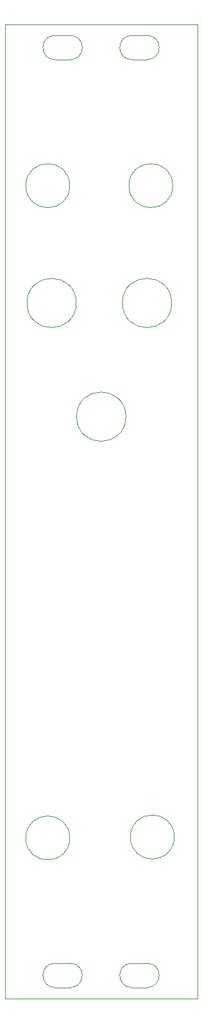
<source format=gm1>
G04 #@! TF.GenerationSoftware,KiCad,Pcbnew,8.0.4-8.0.4-0~ubuntu22.04.1*
G04 #@! TF.CreationDate,2024-07-28T23:06:02+02:00*
G04 #@! TF.ProjectId,FrontPanel,46726f6e-7450-4616-9e65-6c2e6b696361,0.1*
G04 #@! TF.SameCoordinates,Original*
G04 #@! TF.FileFunction,Profile,NP*
%FSLAX46Y46*%
G04 Gerber Fmt 4.6, Leading zero omitted, Abs format (unit mm)*
G04 Created by KiCad (PCBNEW 8.0.4-8.0.4-0~ubuntu22.04.1) date 2024-07-28 23:06:02*
%MOMM*%
%LPD*%
G01*
G04 APERTURE LIST*
G04 #@! TA.AperFunction,Profile*
%ADD10C,0.050000*%
G04 #@! TD*
G04 APERTURE END LIST*
D10*
X78750000Y-183850000D02*
X76750000Y-183850000D01*
X76750000Y-187050000D02*
X78750000Y-187050000D01*
X78750000Y-183850000D02*
G75*
G02*
X78750000Y-187050000I0J-1600000D01*
G01*
X68600000Y-183850000D02*
G75*
G02*
X68600000Y-187050000I0J-1600000D01*
G01*
X68600000Y-183850000D02*
X66600000Y-183850000D01*
X76750000Y-187050000D02*
G75*
G02*
X76750000Y-183850000I0J1600000D01*
G01*
X66600000Y-187050000D02*
X68600000Y-187050000D01*
X66600000Y-187050000D02*
G75*
G02*
X66600000Y-183850000I0J1600000D01*
G01*
X78750000Y-61450000D02*
G75*
G02*
X78750000Y-64650000I0J-1600000D01*
G01*
X78750000Y-61450000D02*
X76750000Y-61450000D01*
X76750000Y-64650000D02*
X78750000Y-64650000D01*
X76750000Y-64650000D02*
G75*
G02*
X76750000Y-61450000I0J1600000D01*
G01*
X66600000Y-64650000D02*
X68600000Y-64650000D01*
X68600000Y-61450000D02*
X66600000Y-61450000D01*
X68600000Y-61450000D02*
G75*
G02*
X68600000Y-64650000I0J-1600000D01*
G01*
X66600000Y-64650000D02*
G75*
G02*
X66600000Y-61450000I0J1600000D01*
G01*
X75950000Y-111750000D02*
G75*
G02*
X69450000Y-111750000I-3250000J0D01*
G01*
X69450000Y-111750000D02*
G75*
G02*
X75950000Y-111750000I3250000J0D01*
G01*
X85400000Y-60000000D02*
X85400000Y-188500000D01*
X60000000Y-60000000D02*
X85400000Y-60000000D01*
X82350000Y-167200000D02*
G75*
G02*
X76550000Y-167200000I-2900000J0D01*
G01*
X76550000Y-167200000D02*
G75*
G02*
X82350000Y-167200000I2900000J0D01*
G01*
X82150000Y-81275000D02*
G75*
G02*
X76350000Y-81275000I-2900000J0D01*
G01*
X76350000Y-81275000D02*
G75*
G02*
X82150000Y-81275000I2900000J0D01*
G01*
X82000000Y-96750000D02*
G75*
G02*
X75500000Y-96750000I-3250000J0D01*
G01*
X75500000Y-96750000D02*
G75*
G02*
X82000000Y-96750000I3250000J0D01*
G01*
X60000000Y-188500000D02*
X85400000Y-188500000D01*
X68549999Y-167330612D02*
G75*
G02*
X62749999Y-167330612I-2900000J0D01*
G01*
X62749999Y-167330612D02*
G75*
G02*
X68549999Y-167330612I2900000J0D01*
G01*
X68550000Y-81275000D02*
G75*
G02*
X62750000Y-81275000I-2900000J0D01*
G01*
X62750000Y-81275000D02*
G75*
G02*
X68550000Y-81275000I2900000J0D01*
G01*
X69400000Y-96750000D02*
G75*
G02*
X62900000Y-96750000I-3250000J0D01*
G01*
X62900000Y-96750000D02*
G75*
G02*
X69400000Y-96750000I3250000J0D01*
G01*
X60000000Y-60000000D02*
X60000000Y-188500000D01*
M02*

</source>
